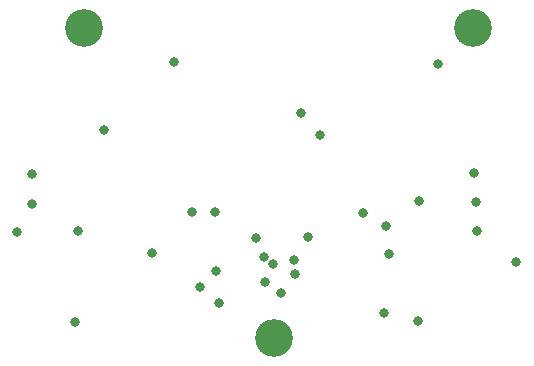
<source format=gbs>
G04*
G04 #@! TF.GenerationSoftware,Altium Limited,Altium Designer,19.0.13 (425)*
G04*
G04 Layer_Color=16711935*
%FSLAX25Y25*%
%MOIN*%
G70*
G01*
G75*
%ADD29C,0.03162*%
%ADD30C,0.12611*%
D29*
X417717Y270092D02*
D03*
X492126Y319291D02*
D03*
X351969Y263386D02*
D03*
X404283Y320134D02*
D03*
X410094Y270092D02*
D03*
X380709Y297244D02*
D03*
X444566Y249437D02*
D03*
X437112Y252595D02*
D03*
X434566Y246682D02*
D03*
X439823Y243182D02*
D03*
X485531Y233749D02*
D03*
X475783Y256178D02*
D03*
X466998Y269587D02*
D03*
X474783Y265343D02*
D03*
X446498Y303087D02*
D03*
X412783Y245099D02*
D03*
X419255Y239587D02*
D03*
X431350Y261438D02*
D03*
X434066Y254922D02*
D03*
X444066Y254182D02*
D03*
X418283Y250343D02*
D03*
X448823Y261682D02*
D03*
X372283Y263843D02*
D03*
X396783Y256343D02*
D03*
X505283Y263843D02*
D03*
X452783Y295843D02*
D03*
X356783Y282843D02*
D03*
Y272843D02*
D03*
X371283Y233343D02*
D03*
X518283Y253343D02*
D03*
X504783Y273343D02*
D03*
X504283Y283241D02*
D03*
X474283Y236343D02*
D03*
X485811Y273843D02*
D03*
D30*
X437402Y227953D02*
D03*
X503937Y331496D02*
D03*
X374016D02*
D03*
M02*

</source>
